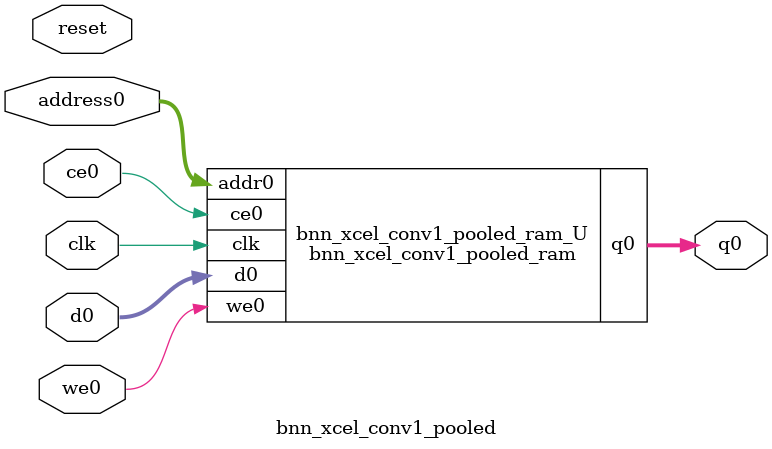
<source format=v>
`timescale 1 ns / 1 ps
module bnn_xcel_conv1_pooled_ram (addr0, ce0, d0, we0, q0,  clk);

parameter DWIDTH = 16;
parameter AWIDTH = 6;
parameter MEM_SIZE = 64;

input[AWIDTH-1:0] addr0;
input ce0;
input[DWIDTH-1:0] d0;
input we0;
output reg[DWIDTH-1:0] q0;
input clk;

(* ram_style = "block" *)reg [DWIDTH-1:0] ram[0:MEM_SIZE-1];




always @(posedge clk)  
begin 
    if (ce0) begin
        if (we0) 
            ram[addr0] <= d0; 
        q0 <= ram[addr0];
    end
end


endmodule

`timescale 1 ns / 1 ps
module bnn_xcel_conv1_pooled(
    reset,
    clk,
    address0,
    ce0,
    we0,
    d0,
    q0);

parameter DataWidth = 32'd16;
parameter AddressRange = 32'd64;
parameter AddressWidth = 32'd6;
input reset;
input clk;
input[AddressWidth - 1:0] address0;
input ce0;
input we0;
input[DataWidth - 1:0] d0;
output[DataWidth - 1:0] q0;



bnn_xcel_conv1_pooled_ram bnn_xcel_conv1_pooled_ram_U(
    .clk( clk ),
    .addr0( address0 ),
    .ce0( ce0 ),
    .we0( we0 ),
    .d0( d0 ),
    .q0( q0 ));

endmodule


</source>
